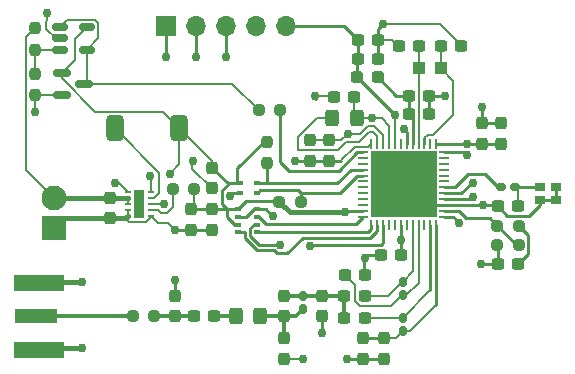
<source format=gbr>
%TF.GenerationSoftware,KiCad,Pcbnew,7.0.8*%
%TF.CreationDate,2024-01-01T15:13:20+01:00*%
%TF.ProjectId,IoT,496f542e-6b69-4636-9164-5f7063625858,rev?*%
%TF.SameCoordinates,Original*%
%TF.FileFunction,Copper,L1,Top*%
%TF.FilePolarity,Positive*%
%FSLAX46Y46*%
G04 Gerber Fmt 4.6, Leading zero omitted, Abs format (unit mm)*
G04 Created by KiCad (PCBNEW 7.0.8) date 2024-01-01 15:13:20*
%MOMM*%
%LPD*%
G01*
G04 APERTURE LIST*
G04 Aperture macros list*
%AMRoundRect*
0 Rectangle with rounded corners*
0 $1 Rounding radius*
0 $2 $3 $4 $5 $6 $7 $8 $9 X,Y pos of 4 corners*
0 Add a 4 corners polygon primitive as box body*
4,1,4,$2,$3,$4,$5,$6,$7,$8,$9,$2,$3,0*
0 Add four circle primitives for the rounded corners*
1,1,$1+$1,$2,$3*
1,1,$1+$1,$4,$5*
1,1,$1+$1,$6,$7*
1,1,$1+$1,$8,$9*
0 Add four rect primitives between the rounded corners*
20,1,$1+$1,$2,$3,$4,$5,0*
20,1,$1+$1,$4,$5,$6,$7,0*
20,1,$1+$1,$6,$7,$8,$9,0*
20,1,$1+$1,$8,$9,$2,$3,0*%
G04 Aperture macros list end*
%TA.AperFunction,SMDPad,CuDef*%
%ADD10RoundRect,0.237500X-0.237500X0.300000X-0.237500X-0.300000X0.237500X-0.300000X0.237500X0.300000X0*%
%TD*%
%TA.AperFunction,SMDPad,CuDef*%
%ADD11R,0.500000X0.300000*%
%TD*%
%TA.AperFunction,SMDPad,CuDef*%
%ADD12RoundRect,0.237500X-0.287500X-0.237500X0.287500X-0.237500X0.287500X0.237500X-0.287500X0.237500X0*%
%TD*%
%TA.AperFunction,SMDPad,CuDef*%
%ADD13RoundRect,0.237500X-0.250000X-0.237500X0.250000X-0.237500X0.250000X0.237500X-0.250000X0.237500X0*%
%TD*%
%TA.AperFunction,SMDPad,CuDef*%
%ADD14RoundRect,0.237500X0.250000X0.237500X-0.250000X0.237500X-0.250000X-0.237500X0.250000X-0.237500X0*%
%TD*%
%TA.AperFunction,ComponentPad*%
%ADD15R,1.700000X1.700000*%
%TD*%
%TA.AperFunction,ComponentPad*%
%ADD16O,1.700000X1.700000*%
%TD*%
%TA.AperFunction,SMDPad,CuDef*%
%ADD17RoundRect,0.237500X0.300000X0.237500X-0.300000X0.237500X-0.300000X-0.237500X0.300000X-0.237500X0*%
%TD*%
%TA.AperFunction,SMDPad,CuDef*%
%ADD18RoundRect,0.237500X-0.300000X-0.237500X0.300000X-0.237500X0.300000X0.237500X-0.300000X0.237500X0*%
%TD*%
%TA.AperFunction,SMDPad,CuDef*%
%ADD19RoundRect,0.237500X0.237500X-0.300000X0.237500X0.300000X-0.237500X0.300000X-0.237500X-0.300000X0*%
%TD*%
%TA.AperFunction,SMDPad,CuDef*%
%ADD20RoundRect,0.160000X0.160000X-0.222500X0.160000X0.222500X-0.160000X0.222500X-0.160000X-0.222500X0*%
%TD*%
%TA.AperFunction,SMDPad,CuDef*%
%ADD21RoundRect,0.062500X-0.375000X-0.062500X0.375000X-0.062500X0.375000X0.062500X-0.375000X0.062500X0*%
%TD*%
%TA.AperFunction,SMDPad,CuDef*%
%ADD22RoundRect,0.062500X-0.062500X-0.375000X0.062500X-0.375000X0.062500X0.375000X-0.062500X0.375000X0*%
%TD*%
%TA.AperFunction,SMDPad,CuDef*%
%ADD23R,5.600000X5.600000*%
%TD*%
%TA.AperFunction,SMDPad,CuDef*%
%ADD24RoundRect,0.375000X-0.375000X-0.725000X0.375000X-0.725000X0.375000X0.725000X-0.375000X0.725000X0*%
%TD*%
%TA.AperFunction,SMDPad,CuDef*%
%ADD25RoundRect,0.237500X0.237500X-0.250000X0.237500X0.250000X-0.237500X0.250000X-0.237500X-0.250000X0*%
%TD*%
%TA.AperFunction,SMDPad,CuDef*%
%ADD26R,3.600000X1.270000*%
%TD*%
%TA.AperFunction,SMDPad,CuDef*%
%ADD27R,4.200000X1.350000*%
%TD*%
%TA.AperFunction,SMDPad,CuDef*%
%ADD28RoundRect,0.160000X-0.222500X-0.160000X0.222500X-0.160000X0.222500X0.160000X-0.222500X0.160000X0*%
%TD*%
%TA.AperFunction,SMDPad,CuDef*%
%ADD29RoundRect,0.150000X-0.512500X-0.150000X0.512500X-0.150000X0.512500X0.150000X-0.512500X0.150000X0*%
%TD*%
%TA.AperFunction,ComponentPad*%
%ADD30R,2.100000X2.100000*%
%TD*%
%TA.AperFunction,ComponentPad*%
%ADD31C,2.100000*%
%TD*%
%TA.AperFunction,SMDPad,CuDef*%
%ADD32R,0.500000X0.250000*%
%TD*%
%TA.AperFunction,SMDPad,CuDef*%
%ADD33C,0.500000*%
%TD*%
%TA.AperFunction,SMDPad,CuDef*%
%ADD34R,0.840000X2.400000*%
%TD*%
%TA.AperFunction,SMDPad,CuDef*%
%ADD35RoundRect,0.250000X-0.325000X-0.450000X0.325000X-0.450000X0.325000X0.450000X-0.325000X0.450000X0*%
%TD*%
%TA.AperFunction,SMDPad,CuDef*%
%ADD36R,0.500000X0.350000*%
%TD*%
%TA.AperFunction,SMDPad,CuDef*%
%ADD37R,0.900000X0.800000*%
%TD*%
%TA.AperFunction,SMDPad,CuDef*%
%ADD38RoundRect,0.160000X-0.160000X0.222500X-0.160000X-0.222500X0.160000X-0.222500X0.160000X0.222500X0*%
%TD*%
%TA.AperFunction,SMDPad,CuDef*%
%ADD39RoundRect,0.250000X0.325000X0.450000X-0.325000X0.450000X-0.325000X-0.450000X0.325000X-0.450000X0*%
%TD*%
%TA.AperFunction,SMDPad,CuDef*%
%ADD40RoundRect,0.150000X-0.587500X-0.150000X0.587500X-0.150000X0.587500X0.150000X-0.587500X0.150000X0*%
%TD*%
%TA.AperFunction,SMDPad,CuDef*%
%ADD41R,1.050000X1.100000*%
%TD*%
%TA.AperFunction,ViaPad*%
%ADD42C,0.750000*%
%TD*%
%TA.AperFunction,Conductor*%
%ADD43C,0.200000*%
%TD*%
%TA.AperFunction,Conductor*%
%ADD44C,0.250000*%
%TD*%
%TA.AperFunction,Conductor*%
%ADD45C,0.400000*%
%TD*%
%TA.AperFunction,Conductor*%
%ADD46C,0.350000*%
%TD*%
G04 APERTURE END LIST*
D10*
%TO.P,C19,1*%
%TO.N,VDDF*%
X140970000Y-76202200D03*
%TO.P,C19,2*%
%TO.N,GND*%
X140970000Y-77927200D03*
%TD*%
D11*
%TO.P,U3,1,SDA*%
%TO.N,/I2C1_SDA*%
X136448800Y-80657600D03*
%TO.P,U3,2,SCL*%
%TO.N,/I2C1_CLK*%
X136448800Y-79857600D03*
%TO.P,U3,3,VDD*%
%TO.N,VDD*%
X135048800Y-79857600D03*
%TO.P,U3,4,VSS*%
%TO.N,GND*%
X135048800Y-80657600D03*
%TD*%
D12*
%TO.P,L5,1,1*%
%TO.N,VDD*%
X144957800Y-70888800D03*
%TO.P,L5,2,2*%
%TO.N,Net-(U1-VDDA)*%
X146707800Y-70888800D03*
%TD*%
D13*
%TO.P,R7,1*%
%TO.N,Net-(U5--)*%
X136605000Y-73660000D03*
%TO.P,R7,2*%
%TO.N,/VBAT_ADC*%
X138430000Y-73660000D03*
%TD*%
D14*
%TO.P,R2,1*%
%TO.N,/I2C1_SDA*%
X140180700Y-81432400D03*
%TO.P,R2,2*%
%TO.N,VDD*%
X138355700Y-81432400D03*
%TD*%
D15*
%TO.P,J2,1,Pin_1*%
%TO.N,/NRST*%
X128730000Y-66570000D03*
D16*
%TO.P,J2,2,Pin_2*%
%TO.N,/SWDIO*%
X131270000Y-66570000D03*
%TO.P,J2,3,Pin_3*%
%TO.N,/SWCLK*%
X133810000Y-66570000D03*
%TO.P,J2,4,Pin_4*%
%TO.N,GND*%
X136350000Y-66570000D03*
%TO.P,J2,5,Pin_5*%
%TO.N,VDD*%
X138890000Y-66570000D03*
%TD*%
D17*
%TO.P,C4,1*%
%TO.N,/RFO_HP*%
X145592800Y-91271600D03*
%TO.P,C4,2*%
%TO.N,Net-(C4-Pad2)*%
X143867800Y-91271600D03*
%TD*%
D18*
%TO.P,C14,1*%
%TO.N,VDD*%
X144994600Y-69288600D03*
%TO.P,C14,2*%
%TO.N,GND*%
X146719600Y-69288600D03*
%TD*%
D19*
%TO.P,C10,1*%
%TO.N,Net-(C10-Pad1)*%
X129516800Y-91119200D03*
%TO.P,C10,2*%
%TO.N,GND*%
X129516800Y-89394200D03*
%TD*%
D20*
%TO.P,L4,1,1*%
%TO.N,/VR_PA*%
X148800000Y-92395000D03*
%TO.P,L4,2,2*%
%TO.N,/RFO_HP*%
X148800000Y-91250000D03*
%TD*%
D10*
%TO.P,C24,1*%
%TO.N,VDD*%
X132689600Y-82067400D03*
%TO.P,C24,2*%
%TO.N,GND*%
X132689600Y-83792400D03*
%TD*%
D21*
%TO.P,U1,1,PB3*%
%TO.N,/VBAT_ADC*%
X145468500Y-77192000D03*
%TO.P,U1,2,PB4*%
%TO.N,unconnected-(U1-PB4-Pad2)*%
X145468500Y-77692000D03*
%TO.P,U1,3,PB5*%
%TO.N,unconnected-(U1-PB5-Pad3)*%
X145468500Y-78192000D03*
%TO.P,U1,4,PB6*%
%TO.N,/I2C1_CLK*%
X145468500Y-78692000D03*
%TO.P,U1,5,PB7*%
%TO.N,/I2C1_SDA*%
X145468500Y-79192000D03*
%TO.P,U1,6,PB8*%
%TO.N,unconnected-(U1-PB8-Pad6)*%
X145468500Y-79692000D03*
%TO.P,U1,7,PA0*%
%TO.N,unconnected-(U1-PA0-Pad7)*%
X145468500Y-80192000D03*
%TO.P,U1,8,PA1*%
%TO.N,unconnected-(U1-PA1-Pad8)*%
X145468500Y-80692000D03*
%TO.P,U1,9,PA2*%
%TO.N,unconnected-(U1-PA2-Pad9)*%
X145468500Y-81192000D03*
%TO.P,U1,10,PA3*%
%TO.N,unconnected-(U1-PA3-Pad10)*%
X145468500Y-81692000D03*
%TO.P,U1,11,VDD*%
%TO.N,VDD*%
X145468500Y-82192000D03*
%TO.P,U1,12,PA4*%
%TO.N,/SPI1_NSS*%
X145468500Y-82692000D03*
D22*
%TO.P,U1,13,PA5*%
%TO.N,/SPI1_CLK*%
X146156000Y-83379500D03*
%TO.P,U1,14,PA6*%
%TO.N,/SPI1_MISO*%
X146656000Y-83379500D03*
%TO.P,U1,15,PA7*%
%TO.N,/SPI1_MOSI*%
X147156000Y-83379500D03*
%TO.P,U1,16,PA8*%
%TO.N,unconnected-(U1-PA8-Pad16)*%
X147656000Y-83379500D03*
%TO.P,U1,17,PA9*%
%TO.N,unconnected-(U1-PA9-Pad17)*%
X148156000Y-83379500D03*
%TO.P,U1,18,NRST*%
%TO.N,/NRST*%
X148656000Y-83379500D03*
%TO.P,U1,19,PH3*%
%TO.N,unconnected-(U1-PH3-Pad19)*%
X149156000Y-83379500D03*
%TO.P,U1,20,RFI_P*%
%TO.N,/RFI_P*%
X149656000Y-83379500D03*
%TO.P,U1,21,RFI_N*%
%TO.N,/RFI_N*%
X150156000Y-83379500D03*
%TO.P,U1,22,RFO_LP*%
%TO.N,unconnected-(U1-RFO_LP-Pad22)*%
X150656000Y-83379500D03*
%TO.P,U1,23,RFO_HP*%
%TO.N,/RFO_HP*%
X151156000Y-83379500D03*
%TO.P,U1,24,VR_PA*%
%TO.N,/VR_PA*%
X151656000Y-83379500D03*
D21*
%TO.P,U1,25,VDDPA*%
%TO.N,VDDF*%
X152343500Y-82692000D03*
%TO.P,U1,26,OSC_IN*%
%TO.N,Net-(U1-OSC_IN)*%
X152343500Y-82192000D03*
%TO.P,U1,27,OSC_OUT*%
%TO.N,GND*%
X152343500Y-81692000D03*
%TO.P,U1,28,VDDRF*%
%TO.N,VDDF*%
X152343500Y-81192000D03*
%TO.P,U1,29,VDDRF1V55*%
%TO.N,VDDA*%
X152343500Y-80692000D03*
%TO.P,U1,30,PB0*%
%TO.N,Net-(U1-PB0)*%
X152343500Y-80192000D03*
%TO.P,U1,31,PB2*%
%TO.N,unconnected-(U1-PB2-Pad31)*%
X152343500Y-79692000D03*
%TO.P,U1,32,PB12*%
%TO.N,unconnected-(U1-PB12-Pad32)*%
X152343500Y-79192000D03*
%TO.P,U1,33,PA10*%
%TO.N,unconnected-(U1-PA10-Pad33)*%
X152343500Y-78692000D03*
%TO.P,U1,34,PA11*%
%TO.N,unconnected-(U1-PA11-Pad34)*%
X152343500Y-78192000D03*
%TO.P,U1,35,PA12*%
%TO.N,unconnected-(U1-PA12-Pad35)*%
X152343500Y-77692000D03*
%TO.P,U1,36,PA13*%
%TO.N,/SWDIO*%
X152343500Y-77192000D03*
D22*
%TO.P,U1,37,VBAT*%
%TO.N,VDD*%
X151656000Y-76504500D03*
%TO.P,U1,38,PC13*%
%TO.N,unconnected-(U1-PC13-Pad38)*%
X151156000Y-76504500D03*
%TO.P,U1,39,PC14*%
%TO.N,Net-(U1-PC14)*%
X150656000Y-76504500D03*
%TO.P,U1,40,PC15*%
%TO.N,Net-(U1-PC15)*%
X150156000Y-76504500D03*
%TO.P,U1,41,VDDA*%
%TO.N,Net-(U1-VDDA)*%
X149656000Y-76504500D03*
%TO.P,U1,42,PA14*%
%TO.N,/SWCLK*%
X149156000Y-76504500D03*
%TO.P,U1,43,PA15*%
%TO.N,unconnected-(U1-PA15-Pad43)*%
X148656000Y-76504500D03*
%TO.P,U1,44,VDD*%
%TO.N,VDD*%
X148156000Y-76504500D03*
%TO.P,U1,45,VFBSMPS*%
%TO.N,VDDA*%
X147656000Y-76504500D03*
%TO.P,U1,46,VDDSMPS*%
%TO.N,VDDF*%
X147156000Y-76504500D03*
%TO.P,U1,47,VLXSMPS*%
%TO.N,Net-(U1-VLXSMPS)*%
X146656000Y-76504500D03*
%TO.P,U1,48,VSSSMPS*%
%TO.N,GND*%
X146156000Y-76504500D03*
D23*
%TO.P,U1,49,VSS*%
X148906000Y-79942000D03*
%TD*%
D18*
%TO.P,C1,1*%
%TO.N,Net-(U1-PC14)*%
X152012500Y-68225000D03*
%TO.P,C1,2*%
%TO.N,GND*%
X153737500Y-68225000D03*
%TD*%
D13*
%TO.P,R1,1*%
%TO.N,Net-(J1-In)*%
X125960800Y-91123700D03*
%TO.P,R1,2*%
%TO.N,Net-(C10-Pad1)*%
X127785800Y-91123700D03*
%TD*%
D18*
%TO.P,C21,1*%
%TO.N,GND*%
X142975000Y-72575000D03*
%TO.P,C21,2*%
%TO.N,VDDA*%
X144700000Y-72575000D03*
%TD*%
%TO.P,C18,1*%
%TO.N,Net-(U1-VDDA)*%
X149302300Y-73971200D03*
%TO.P,C18,2*%
%TO.N,GND*%
X151027300Y-73971200D03*
%TD*%
%TO.P,C3,1*%
%TO.N,/RFI_N*%
X143892100Y-87588600D03*
%TO.P,C3,2*%
%TO.N,GND*%
X145617100Y-87588600D03*
%TD*%
D10*
%TO.P,C20,1*%
%TO.N,VDDF*%
X142544800Y-76202200D03*
%TO.P,C20,2*%
%TO.N,GND*%
X142544800Y-77927200D03*
%TD*%
D17*
%TO.P,C2,1*%
%TO.N,Net-(U1-PC15)*%
X150200000Y-68225000D03*
%TO.P,C2,2*%
%TO.N,GND*%
X148475000Y-68225000D03*
%TD*%
D24*
%TO.P,L7,1,1*%
%TO.N,Net-(U6-SW)*%
X124410000Y-75172500D03*
%TO.P,L7,2,2*%
%TO.N,VDD*%
X129910000Y-75172500D03*
%TD*%
D10*
%TO.P,C7,1*%
%TO.N,Net-(C4-Pad2)*%
X141962800Y-89394200D03*
%TO.P,C7,2*%
%TO.N,GND*%
X141962800Y-91119200D03*
%TD*%
D19*
%TO.P,C15,1*%
%TO.N,VDD*%
X155498800Y-76502600D03*
%TO.P,C15,2*%
%TO.N,GND*%
X155498800Y-74777600D03*
%TD*%
D10*
%TO.P,C6,1*%
%TO.N,Net-(C6-Pad1)*%
X138800000Y-92979200D03*
%TO.P,C6,2*%
%TO.N,GND*%
X138800000Y-94704200D03*
%TD*%
D17*
%TO.P,C22,1*%
%TO.N,/NRST*%
X148665100Y-85912200D03*
%TO.P,C22,2*%
%TO.N,GND*%
X146940100Y-85912200D03*
%TD*%
D20*
%TO.P,L2,1,1*%
%TO.N,Net-(C6-Pad1)*%
X140375000Y-90522500D03*
%TO.P,L2,2,2*%
%TO.N,Net-(C4-Pad2)*%
X140375000Y-89377500D03*
%TD*%
D18*
%TO.P,C13,1*%
%TO.N,VDD*%
X144996800Y-67739200D03*
%TO.P,C13,2*%
%TO.N,GND*%
X146721800Y-67739200D03*
%TD*%
D17*
%TO.P,C5,1*%
%TO.N,/RFI_P*%
X145592800Y-89392000D03*
%TO.P,C5,2*%
%TO.N,Net-(C4-Pad2)*%
X143867800Y-89392000D03*
%TD*%
D10*
%TO.P,C26,1*%
%TO.N,+BATT*%
X124000000Y-81100000D03*
%TO.P,C26,2*%
%TO.N,GND*%
X124000000Y-82825000D03*
%TD*%
D25*
%TO.P,R6,1*%
%TO.N,GND*%
X117700000Y-72400000D03*
%TO.P,R6,2*%
%TO.N,Net-(U5-+)*%
X117700000Y-70575000D03*
%TD*%
D14*
%TO.P,R4,1*%
%TO.N,VDD*%
X131150000Y-80320000D03*
%TO.P,R4,2*%
%TO.N,Net-(U6-PG)*%
X129325000Y-80320000D03*
%TD*%
D26*
%TO.P,J1,1,In*%
%TO.N,Net-(J1-In)*%
X117775000Y-91100000D03*
D27*
%TO.P,J1,2,Ext*%
%TO.N,GND*%
X117975000Y-88275000D03*
X117975000Y-93925000D03*
%TD*%
D28*
%TO.P,L8,1,1*%
%TO.N,Net-(U1-PB0)*%
X157161500Y-80187800D03*
%TO.P,L8,2,2*%
%TO.N,Net-(C27-Pad2)*%
X158306500Y-80187800D03*
%TD*%
D10*
%TO.P,C8,1*%
%TO.N,Net-(C4-Pad2)*%
X138800000Y-89400000D03*
%TO.P,C8,2*%
%TO.N,Net-(C6-Pad1)*%
X138800000Y-91125000D03*
%TD*%
%TO.P,C11,1*%
%TO.N,/VR_PA*%
X147193000Y-92973400D03*
%TO.P,C11,2*%
%TO.N,GND*%
X147193000Y-94698400D03*
%TD*%
D29*
%TO.P,U5,1*%
%TO.N,Net-(U5--)*%
X119805000Y-66630000D03*
%TO.P,U5,2,GND*%
%TO.N,GND*%
X119805000Y-67580000D03*
%TO.P,U5,3,+*%
%TO.N,Net-(U5-+)*%
X119805000Y-68530000D03*
%TO.P,U5,4,-*%
%TO.N,Net-(U5--)*%
X122080000Y-68530000D03*
%TO.P,U5,5,V+*%
%TO.N,VDD*%
X122080000Y-66630000D03*
%TD*%
D30*
%TO.P,J3,1,Pin_1*%
%TO.N,GND*%
X119300000Y-83640000D03*
D31*
%TO.P,J3,2,Pin_2*%
%TO.N,+BATT*%
X119300000Y-81100000D03*
%TD*%
D32*
%TO.P,U6,1,PGND*%
%TO.N,GND*%
X125560000Y-80610000D03*
%TO.P,U6,2,VIN*%
%TO.N,+BATT*%
X125560000Y-81110000D03*
%TO.P,U6,3,EN*%
X125560000Y-81610000D03*
%TO.P,U6,4,NC*%
%TO.N,GND*%
X125560000Y-82110000D03*
%TO.P,U6,5,FB*%
X125560000Y-82610000D03*
%TO.P,U6,6,AGND*%
X127460000Y-82610000D03*
%TO.P,U6,7,PG*%
%TO.N,Net-(U6-PG)*%
X127460000Y-82110000D03*
%TO.P,U6,8,~{SLEEP}*%
%TO.N,VDD*%
X127460000Y-81610000D03*
%TO.P,U6,9,SW*%
%TO.N,Net-(U6-SW)*%
X127460000Y-81110000D03*
%TO.P,U6,10,VOS*%
%TO.N,VDD*%
X127460000Y-80610000D03*
D33*
%TO.P,U6,11*%
%TO.N,N/C*%
X126510000Y-80660000D03*
X126510000Y-81610000D03*
D34*
X126510000Y-81610000D03*
D33*
X126510000Y-82560000D03*
%TD*%
D35*
%TO.P,L3,1,1*%
%TO.N,Net-(C9-Pad1)*%
X134700000Y-91075000D03*
%TO.P,L3,2,2*%
%TO.N,Net-(C6-Pad1)*%
X136750000Y-91075000D03*
%TD*%
D25*
%TO.P,R3,1*%
%TO.N,/I2C1_CLK*%
X137363200Y-78155800D03*
%TO.P,R3,2*%
%TO.N,VDD*%
X137363200Y-76330800D03*
%TD*%
D36*
%TO.P,U2,1,GND*%
%TO.N,GND*%
X136448800Y-82042000D03*
%TO.P,U2,2,CSB*%
%TO.N,/SPI1_NSS*%
X136448800Y-82692000D03*
%TO.P,U2,3,SDI*%
%TO.N,/SPI1_MOSI*%
X136448800Y-83342000D03*
%TO.P,U2,4,SCK*%
%TO.N,/SPI1_CLK*%
X136448800Y-83992000D03*
%TO.P,U2,5,SDO*%
%TO.N,/SPI1_MISO*%
X134848800Y-83992000D03*
%TO.P,U2,6,VDDIO*%
%TO.N,VDD*%
X134848800Y-83342000D03*
%TO.P,U2,7,GND*%
%TO.N,GND*%
X134848800Y-82692000D03*
%TO.P,U2,8,VDD*%
%TO.N,VDD*%
X134848800Y-82042000D03*
%TD*%
D25*
%TO.P,R5,1*%
%TO.N,Net-(U5-+)*%
X117700000Y-68550000D03*
%TO.P,R5,2*%
%TO.N,+BATT*%
X117700000Y-66725000D03*
%TD*%
D18*
%TO.P,C17,1*%
%TO.N,Net-(U1-VDDA)*%
X149302300Y-72421800D03*
%TO.P,C17,2*%
%TO.N,GND*%
X151027300Y-72421800D03*
%TD*%
%TO.P,C27,1*%
%TO.N,GND*%
X156871500Y-81813400D03*
%TO.P,C27,2*%
%TO.N,Net-(C27-Pad2)*%
X158596500Y-81813400D03*
%TD*%
D37*
%TO.P,Y2,1,1*%
%TO.N,GND*%
X161798000Y-80187800D03*
%TO.P,Y2,2,2*%
%TO.N,Net-(C27-Pad2)*%
X160398000Y-80187800D03*
%TO.P,Y2,3,3*%
%TO.N,GND*%
X160398000Y-81287800D03*
%TO.P,Y2,4,4*%
X161798000Y-81287800D03*
%TD*%
D38*
%TO.P,L1,1,1*%
%TO.N,/RFI_P*%
X148800000Y-88170500D03*
%TO.P,L1,2,2*%
%TO.N,/RFI_N*%
X148800000Y-89315500D03*
%TD*%
D10*
%TO.P,C12,1*%
%TO.N,/VR_PA*%
X145440400Y-92973400D03*
%TO.P,C12,2*%
%TO.N,GND*%
X145440400Y-94698400D03*
%TD*%
D17*
%TO.P,C9,1*%
%TO.N,Net-(C9-Pad1)*%
X132850000Y-91100000D03*
%TO.P,C9,2*%
%TO.N,Net-(C10-Pad1)*%
X131125000Y-91100000D03*
%TD*%
D18*
%TO.P,C28,1*%
%TO.N,GND*%
X156871500Y-86690200D03*
%TO.P,C28,2*%
%TO.N,Net-(C28-Pad2)*%
X158596500Y-86690200D03*
%TD*%
D39*
%TO.P,L6,1,1*%
%TO.N,VDDA*%
X144902000Y-74345800D03*
%TO.P,L6,2,2*%
%TO.N,Net-(U1-VLXSMPS)*%
X142852000Y-74345800D03*
%TD*%
D19*
%TO.P,C16,1*%
%TO.N,VDD*%
X157149800Y-76502600D03*
%TO.P,C16,2*%
%TO.N,GND*%
X157149800Y-74777600D03*
%TD*%
D10*
%TO.P,C25,1*%
%TO.N,VDD*%
X130867500Y-82050000D03*
%TO.P,C25,2*%
%TO.N,GND*%
X130867500Y-83775000D03*
%TD*%
D40*
%TO.P,D1,1*%
%TO.N,VDD*%
X119960000Y-70500000D03*
%TO.P,D1,2*%
%TO.N,GND*%
X119960000Y-72400000D03*
%TO.P,D1,3*%
%TO.N,Net-(U5--)*%
X121835000Y-71450000D03*
%TD*%
D14*
%TO.P,R9,1*%
%TO.N,Net-(U1-OSC_IN)*%
X158646500Y-85064600D03*
%TO.P,R9,2*%
%TO.N,GND*%
X156821500Y-85064600D03*
%TD*%
D10*
%TO.P,C23,1*%
%TO.N,VDD*%
X132689600Y-78564400D03*
%TO.P,C23,2*%
%TO.N,GND*%
X132689600Y-80289400D03*
%TD*%
D41*
%TO.P,Y1,1,1*%
%TO.N,Net-(U1-PC15)*%
X150175000Y-70075000D03*
%TO.P,Y1,2,2*%
%TO.N,Net-(U1-PC14)*%
X152025000Y-70075000D03*
%TD*%
D14*
%TO.P,R8,1*%
%TO.N,Net-(C28-Pad2)*%
X158646500Y-83439000D03*
%TO.P,R8,2*%
%TO.N,Net-(U1-OSC_IN)*%
X156821500Y-83439000D03*
%TD*%
D42*
%TO.N,GND*%
X129510000Y-88070000D03*
X118675000Y-65425000D03*
X117700000Y-73775000D03*
X140375000Y-94705800D03*
X155500000Y-73430000D03*
X134210000Y-80900000D03*
X147130000Y-66400000D03*
X144130000Y-94690000D03*
X155610000Y-81660000D03*
X131025000Y-77925000D03*
X141960000Y-92490000D03*
X155430000Y-86690000D03*
X121620000Y-93830000D03*
X124425000Y-79825000D03*
X152430000Y-72420000D03*
X129560000Y-83800000D03*
X137790000Y-82580000D03*
X141400000Y-72475000D03*
X121620000Y-88180000D03*
X139690000Y-77930000D03*
X145630000Y-86140000D03*
%TO.N,VDDF*%
X144139500Y-75688178D03*
X154725891Y-80992500D03*
X153560000Y-83180000D03*
%TO.N,VDDA*%
X146180000Y-74320000D03*
X154730000Y-79799500D03*
%TO.N,/NRST*%
X128730000Y-69160000D03*
X148660000Y-84610000D03*
%TO.N,VDD*%
X148140000Y-74080000D03*
X128575000Y-81575000D03*
X154240000Y-76500000D03*
X127425000Y-79275000D03*
X129075000Y-79100000D03*
X143920000Y-82250000D03*
%TO.N,/SWDIO*%
X154217127Y-77449227D03*
X131290000Y-69160000D03*
%TO.N,/SWCLK*%
X133880000Y-69160000D03*
X148900000Y-75240000D03*
%TO.N,/SPI1_MOSI*%
X140970000Y-85141500D03*
X138430000Y-85090000D03*
%TD*%
D43*
%TO.N,Net-(U1-PC14)*%
X150656000Y-76504500D02*
X150656000Y-76054346D01*
D44*
X150656000Y-76018992D02*
X150656000Y-76504500D01*
D43*
X150968346Y-75742000D02*
X151393654Y-75742000D01*
X153105000Y-71155000D02*
X153105000Y-74030654D01*
X152025000Y-70075000D02*
X153105000Y-71155000D01*
X153105000Y-74030654D02*
X151393654Y-75742000D01*
X152025000Y-68237500D02*
X152012500Y-68225000D01*
X150656000Y-76054346D02*
X150968346Y-75742000D01*
X152025000Y-70075000D02*
X152025000Y-68237500D01*
%TO.N,GND*%
X124560000Y-79800000D02*
X124425000Y-79825000D01*
X121530000Y-93830000D02*
X121500000Y-93800000D01*
D44*
X121620000Y-93830000D02*
X121640000Y-93830000D01*
X151027300Y-72421800D02*
X151027300Y-73971200D01*
D43*
X119930000Y-72400000D02*
X119960000Y-72400000D01*
D44*
X155560000Y-73430000D02*
X155530000Y-73460000D01*
D43*
X148450000Y-68225000D02*
X148400000Y-68275000D01*
D44*
X139720000Y-77927200D02*
X139722800Y-77927200D01*
X156821500Y-86640200D02*
X156871500Y-86690200D01*
D43*
X119910000Y-72400000D02*
X119920000Y-72410000D01*
D44*
X143611396Y-77927200D02*
X142544800Y-77927200D01*
X152428200Y-72421800D02*
X152430000Y-72420000D01*
D43*
X128970000Y-83210000D02*
X129560000Y-83800000D01*
X124770000Y-79800000D02*
X124560000Y-79800000D01*
X119446104Y-67570000D02*
X118630000Y-66753896D01*
D44*
X155429800Y-86690200D02*
X155420200Y-86690200D01*
X141400000Y-72475000D02*
X141400000Y-72690000D01*
X157671500Y-82613400D02*
X159472400Y-82613400D01*
X156871500Y-85114600D02*
X156821500Y-85064600D01*
D43*
X124425000Y-79825000D02*
X124460000Y-79790000D01*
X117690000Y-73690000D02*
X117700000Y-73775000D01*
D44*
X155430200Y-86690200D02*
X155430000Y-86690000D01*
X145611400Y-87588600D02*
X145570000Y-87630000D01*
D43*
X124540000Y-79800000D02*
X124550000Y-79800000D01*
D44*
X135564180Y-82692000D02*
X136214180Y-82042000D01*
X159472400Y-82613400D02*
X160398000Y-81687800D01*
X137746000Y-82580000D02*
X137208000Y-82042000D01*
D43*
X117700000Y-72400000D02*
X119910000Y-72400000D01*
D44*
X147130000Y-66400000D02*
X147130000Y-66397500D01*
X134210000Y-80900000D02*
X134150000Y-80900000D01*
D43*
X128060000Y-83210000D02*
X128970000Y-83210000D01*
D44*
X141962800Y-92487200D02*
X141960000Y-92490000D01*
D43*
X143611396Y-77927200D02*
X143611396Y-77913604D01*
X153737500Y-68225000D02*
X153737500Y-68162500D01*
X131025000Y-77925000D02*
X131010000Y-78060000D01*
X119760000Y-67570000D02*
X119446104Y-67570000D01*
D44*
X143019800Y-72720200D02*
X143030000Y-72710000D01*
D45*
X121620000Y-93830000D02*
X121530000Y-93830000D01*
D44*
X141962800Y-91119200D02*
X141962800Y-92487200D01*
X147127500Y-66400000D02*
X147130000Y-66400000D01*
D43*
X121500000Y-93800000D02*
X121470000Y-93830000D01*
D44*
X160398000Y-81287800D02*
X161798000Y-81287800D01*
D43*
X117700000Y-73775000D02*
X117700000Y-73520000D01*
D44*
X145887800Y-85912200D02*
X146940100Y-85912200D01*
X144138400Y-94698400D02*
X144130000Y-94690000D01*
D43*
X118680000Y-65370000D02*
X118630000Y-65470000D01*
D44*
X146721800Y-66805700D02*
X147127500Y-66400000D01*
X156871500Y-81813400D02*
X157671500Y-82613400D01*
X134848800Y-82692000D02*
X135564180Y-82692000D01*
D43*
X132689600Y-80289400D02*
X131010000Y-78609800D01*
D44*
X155642000Y-81692000D02*
X155610000Y-81660000D01*
X130867500Y-83775000D02*
X129585000Y-83775000D01*
D43*
X119805000Y-67580000D02*
X119770000Y-67580000D01*
D44*
X129516800Y-89394200D02*
X129516800Y-88076800D01*
X156871500Y-81813400D02*
X156750100Y-81692000D01*
X139690000Y-77930000D02*
X139720000Y-77927200D01*
X155500000Y-73490000D02*
X155500000Y-73430000D01*
D43*
X125560000Y-80590000D02*
X124770000Y-79800000D01*
D44*
X129516800Y-88076800D02*
X129510000Y-88070000D01*
X156750100Y-81692000D02*
X155642000Y-81692000D01*
X136448800Y-82042000D02*
X137208000Y-82042000D01*
D43*
X125560000Y-82610000D02*
X125560000Y-82110000D01*
X130990000Y-77850000D02*
X131025000Y-77925000D01*
D44*
X129585000Y-83775000D02*
X129560000Y-83800000D01*
X121740000Y-88180000D02*
X121810000Y-88180000D01*
D43*
X124460000Y-79790000D02*
X124540000Y-79800000D01*
X142875000Y-72475000D02*
X142975000Y-72575000D01*
X138800000Y-94704200D02*
X140373400Y-94704200D01*
X141400000Y-72475000D02*
X142875000Y-72475000D01*
D44*
X147193000Y-94698400D02*
X145440400Y-94698400D01*
X155500000Y-73430000D02*
X155560000Y-73430000D01*
D45*
X117960000Y-93830000D02*
X121620000Y-93830000D01*
D43*
X140373400Y-94704200D02*
X140375000Y-94705800D01*
D44*
X139725600Y-77927200D02*
X139690000Y-77930000D01*
X145570000Y-87630000D02*
X145570000Y-86230000D01*
X135023800Y-80632600D02*
X134417400Y-80632600D01*
X145630000Y-86170000D02*
X145630000Y-86140000D01*
X140970000Y-77927200D02*
X139725600Y-77927200D01*
D43*
X144761822Y-76763178D02*
X145897322Y-76763178D01*
D44*
X161798000Y-81287800D02*
X161798000Y-80187800D01*
D43*
X127460000Y-82610000D02*
X128060000Y-83210000D01*
D44*
X145440400Y-94698400D02*
X144138400Y-94698400D01*
D43*
X143611396Y-77913604D02*
X144761822Y-76763178D01*
D44*
X146721800Y-67739200D02*
X146721800Y-66805700D01*
X160398000Y-81687800D02*
X160398000Y-81287800D01*
D43*
X151975000Y-66400000D02*
X147130000Y-66400000D01*
D44*
X151027300Y-72421800D02*
X152428200Y-72421800D01*
D43*
X125630000Y-83110000D02*
X125560000Y-83040000D01*
D44*
X146719600Y-69288600D02*
X146719600Y-67741400D01*
D43*
X119770000Y-67580000D02*
X119760000Y-67570000D01*
D44*
X155610000Y-81660000D02*
X155578000Y-81692000D01*
D45*
X121620000Y-88180000D02*
X117960000Y-88180000D01*
D44*
X155430000Y-86690000D02*
X155429800Y-86690200D01*
X155498800Y-74777600D02*
X157149800Y-74777600D01*
D43*
X147864200Y-67739200D02*
X146721800Y-67739200D01*
X148475000Y-68225000D02*
X148450000Y-68225000D01*
D44*
X145660000Y-86140000D02*
X145887800Y-85912200D01*
D43*
X142975000Y-72691000D02*
X143004200Y-72720200D01*
X132689600Y-80289400D02*
X132680600Y-80289400D01*
D44*
X155498800Y-74777600D02*
X155498800Y-73491200D01*
X137790000Y-82580000D02*
X137746000Y-82580000D01*
D43*
X117700000Y-72400000D02*
X117690000Y-73690000D01*
X131010000Y-78609800D02*
X130990000Y-77850000D01*
X145897322Y-76763178D02*
X146156000Y-76504500D01*
D44*
X155498800Y-73491200D02*
X155500000Y-73490000D01*
X152343500Y-81692000D02*
X150656000Y-81692000D01*
X145570000Y-86230000D02*
X145630000Y-86170000D01*
D43*
X118675000Y-65425000D02*
X118680000Y-65370000D01*
D44*
X142544800Y-77927200D02*
X140970000Y-77927200D01*
D43*
X148400000Y-68275000D02*
X147864200Y-67739200D01*
X125560000Y-80610000D02*
X125560000Y-80590000D01*
D44*
X145617100Y-87588600D02*
X145611400Y-87588600D01*
X143004200Y-72720200D02*
X143019800Y-72720200D01*
D43*
X127460000Y-82610000D02*
X127460000Y-82735000D01*
D44*
X134150000Y-80900000D02*
X134230000Y-80820000D01*
X132689600Y-83792400D02*
X132689600Y-83780400D01*
D45*
X125345000Y-82825000D02*
X125560000Y-82610000D01*
D44*
X141400000Y-72690000D02*
X141430000Y-72720000D01*
X156871500Y-86690200D02*
X155430200Y-86690200D01*
D43*
X127460000Y-82735000D02*
X127085000Y-83110000D01*
D44*
X134417400Y-80632600D02*
X134210000Y-80840000D01*
X132695000Y-83775000D02*
X130867500Y-83775000D01*
X155578000Y-81692000D02*
X152343500Y-81692000D01*
D43*
X124215000Y-82610000D02*
X124000000Y-82825000D01*
X132680600Y-80289400D02*
X132670000Y-80300000D01*
X125560000Y-83040000D02*
X125560000Y-82610000D01*
D44*
X146719600Y-67741400D02*
X146721800Y-67739200D01*
X136214180Y-82042000D02*
X136448800Y-82042000D01*
D43*
X118630000Y-66753896D02*
X118675000Y-65425000D01*
D44*
X145630000Y-86140000D02*
X145660000Y-86140000D01*
X155420200Y-86690200D02*
X155410000Y-86680000D01*
X156871500Y-86690200D02*
X156871500Y-85114600D01*
X150656000Y-81692000D02*
X148906000Y-79942000D01*
X134210000Y-80840000D02*
X134210000Y-80900000D01*
D43*
X153737500Y-68162500D02*
X151975000Y-66400000D01*
D45*
X124000000Y-82825000D02*
X125345000Y-82825000D01*
X120115000Y-82825000D02*
X119300000Y-83640000D01*
X124000000Y-82825000D02*
X120115000Y-82825000D01*
D44*
X135048800Y-80657600D02*
X135023800Y-80632600D01*
X132689600Y-83780400D02*
X132695000Y-83775000D01*
D43*
X119920000Y-72410000D02*
X119930000Y-72400000D01*
X127085000Y-83110000D02*
X125630000Y-83110000D01*
X142975000Y-72575000D02*
X142975000Y-72691000D01*
%TO.N,Net-(U1-PC15)*%
X150175000Y-68250000D02*
X150200000Y-68225000D01*
X150156000Y-76504500D02*
X150156000Y-70094000D01*
X150175000Y-70075000D02*
X150175000Y-68250000D01*
X150156000Y-76504500D02*
X150164800Y-76495700D01*
X150156000Y-70094000D02*
X150175000Y-70075000D01*
%TO.N,/RFI_N*%
X148793200Y-89315500D02*
X149095700Y-89315500D01*
X147827700Y-90281000D02*
X148793200Y-89315500D01*
X145184160Y-90281000D02*
X147827700Y-90281000D01*
X143892100Y-87588600D02*
X144755300Y-88451800D01*
X150156000Y-88255200D02*
X150156000Y-83379500D01*
X144755300Y-89852140D02*
X145184160Y-90281000D01*
X144755300Y-88451800D02*
X144755300Y-89852140D01*
X149095700Y-89315500D02*
X150156000Y-88255200D01*
%TO.N,/RFO_HP*%
X148775000Y-91275000D02*
X148771600Y-91271600D01*
D44*
X151156000Y-88894800D02*
X151156000Y-83379500D01*
D43*
X148800000Y-91250000D02*
X148775000Y-91275000D01*
D44*
X145606800Y-91257600D02*
X145592800Y-91271600D01*
D43*
X148771600Y-91271600D02*
X145592800Y-91271600D01*
X148800000Y-91250000D02*
X151155200Y-88894800D01*
X151155200Y-88894800D02*
X151156000Y-88894800D01*
D46*
%TO.N,Net-(C4-Pad2)*%
X141946100Y-89377500D02*
X141962800Y-89394200D01*
X140352500Y-89400000D02*
X140375000Y-89377500D01*
D43*
X140391700Y-89394200D02*
X140375000Y-89377500D01*
D46*
X141962800Y-89394200D02*
X143865600Y-89394200D01*
D43*
X141962800Y-89394200D02*
X141950300Y-89381700D01*
D46*
X143865600Y-89394200D02*
X143867800Y-89392000D01*
X143867800Y-91271600D02*
X143867800Y-89392000D01*
X138800000Y-89400000D02*
X140352500Y-89400000D01*
X140375000Y-89377500D02*
X141946100Y-89377500D01*
D43*
%TO.N,/RFI_P*%
X148800000Y-88170500D02*
X148793200Y-88170500D01*
X149656000Y-87314500D02*
X148800000Y-88170500D01*
X147571700Y-89392000D02*
X148793200Y-88170500D01*
X145592800Y-89392000D02*
X147571700Y-89392000D01*
X149656000Y-83379500D02*
X149656000Y-87314500D01*
D46*
%TO.N,Net-(C6-Pad1)*%
X138800000Y-91125000D02*
X139772500Y-91125000D01*
D43*
X138800000Y-91125000D02*
X138850000Y-91175000D01*
D46*
X139772500Y-91125000D02*
X140375000Y-90522500D01*
X138800000Y-91125000D02*
X138750000Y-91075000D01*
X138800000Y-91125000D02*
X138800000Y-92979200D01*
X136750000Y-91075000D02*
X138750000Y-91075000D01*
%TO.N,Net-(C9-Pad1)*%
X132850000Y-91100000D02*
X134675000Y-91100000D01*
X134675000Y-91100000D02*
X134700000Y-91075000D01*
%TO.N,Net-(C10-Pad1)*%
X127785800Y-91123700D02*
X129512300Y-91123700D01*
D44*
X131290300Y-91119200D02*
X131294800Y-91123700D01*
D46*
X131125000Y-91100000D02*
X129536000Y-91100000D01*
X129512300Y-91123700D02*
X129516800Y-91119200D01*
D44*
X127790300Y-91119200D02*
X127785800Y-91123700D01*
D46*
X129536000Y-91100000D02*
X129516800Y-91119200D01*
D44*
X129459300Y-91123700D02*
X129516800Y-91066200D01*
%TO.N,/VR_PA*%
X147227200Y-93007600D02*
X147193000Y-92973400D01*
D43*
X147193000Y-92973400D02*
X148221600Y-92973400D01*
X148221600Y-92973400D02*
X148800000Y-92395000D01*
D44*
X147177500Y-93176600D02*
X147193000Y-93161100D01*
X151656000Y-90144800D02*
X151656000Y-83379500D01*
X147193000Y-92973400D02*
X145440400Y-92973400D01*
D43*
X149405800Y-92395000D02*
X151656000Y-90144800D01*
X148800000Y-92395000D02*
X149405800Y-92395000D01*
D44*
%TO.N,Net-(U1-VDDA)*%
X149302300Y-72421800D02*
X148240800Y-72421800D01*
X149302300Y-73971200D02*
X149656000Y-74324900D01*
X148240800Y-72421800D02*
X146707800Y-70888800D01*
X149656000Y-74324900D02*
X149656000Y-76504500D01*
X149302300Y-73971200D02*
X149302300Y-72421800D01*
%TO.N,VDDF*%
X153102000Y-82692000D02*
X153560000Y-83150000D01*
D43*
X145207227Y-75688178D02*
X145900405Y-74995000D01*
X144139500Y-75688178D02*
X144263178Y-75688178D01*
X147156000Y-75781000D02*
X147156000Y-76504500D01*
X144263178Y-75688178D02*
X144375000Y-75800000D01*
X144139500Y-75688178D02*
X145207227Y-75688178D01*
D44*
X152343500Y-81192000D02*
X152345500Y-81190000D01*
X152343500Y-82692000D02*
X153102000Y-82692000D01*
D43*
X144139500Y-75688178D02*
X143625478Y-76202200D01*
X146370000Y-74995000D02*
X147156000Y-75781000D01*
D44*
X153590000Y-83180000D02*
X153570000Y-83160000D01*
X153560000Y-83180000D02*
X153590000Y-83180000D01*
D43*
X145900405Y-74995000D02*
X146370000Y-74995000D01*
X142544800Y-76202200D02*
X140970000Y-76202200D01*
X143625478Y-76202200D02*
X142544800Y-76202200D01*
D44*
X153560000Y-83150000D02*
X153560000Y-83180000D01*
X152343500Y-81192000D02*
X154526391Y-81192000D01*
X154526391Y-81192000D02*
X154725891Y-80992500D01*
D43*
%TO.N,VDDA*%
X147656000Y-74961200D02*
X147656000Y-76504500D01*
X144729200Y-72720200D02*
X144729200Y-74323000D01*
X146180000Y-74320000D02*
X146205800Y-74345800D01*
X144752000Y-74345800D02*
X146154200Y-74345800D01*
X146154200Y-74345800D02*
X146180000Y-74320000D01*
D44*
X154650500Y-79799500D02*
X153758000Y-80692000D01*
X153758000Y-80692000D02*
X152343500Y-80692000D01*
D43*
X147040600Y-74345800D02*
X147656000Y-74961200D01*
D44*
X154730000Y-79799500D02*
X154650500Y-79799500D01*
D43*
X144729200Y-74323000D02*
X144752000Y-74345800D01*
X146205800Y-74345800D02*
X147040600Y-74345800D01*
D44*
%TO.N,/NRST*%
X148660000Y-84610000D02*
X148656000Y-84614000D01*
X148656000Y-84614000D02*
X148656000Y-85903100D01*
X148665100Y-83388600D02*
X148656000Y-83379500D01*
X128730000Y-66570000D02*
X128730000Y-69160000D01*
X148656000Y-85903100D02*
X148665100Y-85912200D01*
X148656000Y-83379500D02*
X148656000Y-84606000D01*
X128730000Y-69160000D02*
X128730000Y-69130000D01*
X148656000Y-84606000D02*
X148660000Y-84610000D01*
%TO.N,VDD*%
X154242600Y-76502600D02*
X154240000Y-76500000D01*
X135048800Y-79857600D02*
X134972022Y-79857600D01*
D43*
X127460000Y-81610000D02*
X127450000Y-81610000D01*
D44*
X144957800Y-69325400D02*
X144994600Y-69288600D01*
D43*
X128430000Y-81590000D02*
X128590000Y-81600000D01*
D45*
X139230700Y-82307400D02*
X143862600Y-82307400D01*
D44*
X135048800Y-79857600D02*
X135073800Y-79832600D01*
X148149000Y-74080000D02*
X148156000Y-74087000D01*
D43*
X121061104Y-69398896D02*
X119960000Y-70500000D01*
X132689600Y-77952100D02*
X132689600Y-78564400D01*
D44*
X130835000Y-82017500D02*
X130867500Y-82050000D01*
X132689600Y-82067400D02*
X133934200Y-82067400D01*
D43*
X127460000Y-80600000D02*
X127460000Y-79470000D01*
D44*
X134848800Y-82067400D02*
X133934200Y-82067400D01*
X148140000Y-74080000D02*
X148149000Y-74080000D01*
X143978000Y-82192000D02*
X143920000Y-82250000D01*
X144957800Y-70888800D02*
X148140000Y-74071000D01*
X144994600Y-67741400D02*
X144996800Y-67739200D01*
D43*
X127460000Y-80610000D02*
X127460000Y-80600000D01*
D44*
X154237400Y-76502600D02*
X151657900Y-76502600D01*
D43*
X127460000Y-79470000D02*
X127460000Y-79270000D01*
X128450000Y-81590000D02*
X128440000Y-81590000D01*
X148140000Y-74080000D02*
X148156000Y-74096000D01*
D44*
X155498800Y-76502600D02*
X154242600Y-76502600D01*
X132672200Y-82050000D02*
X132689600Y-82067400D01*
D43*
X127425000Y-79235000D02*
X127420000Y-79230000D01*
D44*
X144957800Y-70888800D02*
X144957800Y-69325400D01*
X134972022Y-79857600D02*
X134800000Y-79685578D01*
D43*
X127420000Y-79230000D02*
X127370000Y-79230000D01*
X128510000Y-73772500D02*
X129910000Y-75172500D01*
D45*
X143862600Y-82307400D02*
X143920000Y-82250000D01*
D44*
X130835000Y-80290000D02*
X130835000Y-80235000D01*
X135073800Y-79832600D02*
X134947022Y-79832600D01*
D43*
X131150000Y-80320000D02*
X131150000Y-81767500D01*
X148140000Y-74080000D02*
X148140000Y-74071000D01*
X148156000Y-74096000D02*
X148156000Y-76504500D01*
X129910000Y-78230000D02*
X129080000Y-79060000D01*
D44*
X157149800Y-76502600D02*
X155498800Y-76502600D01*
D43*
X128590000Y-81600000D02*
X128450000Y-81590000D01*
X129910000Y-75172500D02*
X129910000Y-78230000D01*
D44*
X135048800Y-79857600D02*
X134137400Y-79857600D01*
X134137400Y-79857600D02*
X133982800Y-79857600D01*
X151656300Y-76504800D02*
X151656000Y-76504500D01*
X145468500Y-82192000D02*
X143978000Y-82192000D01*
D43*
X121061104Y-67648896D02*
X121061104Y-69398896D01*
X127425000Y-79275000D02*
X127425000Y-79235000D01*
X127465000Y-79275000D02*
X127425000Y-79275000D01*
D44*
X134800000Y-78560000D02*
X137029200Y-76330800D01*
D43*
X127460000Y-79270000D02*
X127450000Y-79460000D01*
D45*
X138355700Y-81432400D02*
X139230700Y-82307400D01*
D43*
X131150000Y-81767500D02*
X130867500Y-82050000D01*
D44*
X143738000Y-82250000D02*
X143730000Y-82242000D01*
D43*
X127460000Y-79270000D02*
X127465000Y-79275000D01*
D44*
X133490000Y-80505000D02*
X133490000Y-81623200D01*
X138890000Y-66570000D02*
X143827600Y-66570000D01*
D43*
X122783604Y-73772500D02*
X128510000Y-73772500D01*
D44*
X134137400Y-79857600D02*
X133490000Y-80505000D01*
X134800000Y-79685578D02*
X134800000Y-78560000D01*
X151657900Y-76502600D02*
X151656000Y-76504500D01*
D43*
X129910000Y-75172500D02*
X132689600Y-77952100D01*
X132414400Y-78564400D02*
X132689600Y-78564400D01*
D44*
X154240000Y-76500000D02*
X154237400Y-76502600D01*
D43*
X127430000Y-81590000D02*
X128430000Y-81590000D01*
X119960000Y-70500000D02*
X119960000Y-70948896D01*
D44*
X134848800Y-83367400D02*
X134598800Y-83367400D01*
X133934200Y-82702800D02*
X133934200Y-82067400D01*
D43*
X119960000Y-70948896D02*
X122783604Y-73772500D01*
D44*
X133982800Y-79857600D02*
X132689600Y-78564400D01*
X130867500Y-82050000D02*
X132672200Y-82050000D01*
X144994600Y-69288600D02*
X144994600Y-67741400D01*
X135560000Y-81356200D02*
X134848800Y-82067400D01*
D43*
X127450000Y-81610000D02*
X127430000Y-81590000D01*
D44*
X133490000Y-81623200D02*
X133934200Y-82067400D01*
X134598800Y-83367400D02*
X133934200Y-82702800D01*
X143920000Y-82250000D02*
X143738000Y-82250000D01*
X137029200Y-76330800D02*
X137363200Y-76330800D01*
X138355700Y-81432400D02*
X138279500Y-81356200D01*
X138279500Y-81356200D02*
X135560000Y-81356200D01*
X143827600Y-66570000D02*
X144996800Y-67739200D01*
D43*
X122080000Y-66630000D02*
X121061104Y-67648896D01*
D45*
%TO.N,+BATT*%
X124000000Y-81100000D02*
X124035000Y-81135000D01*
X124000000Y-81100000D02*
X119300000Y-81100000D01*
D43*
X116925000Y-78725000D02*
X119300000Y-81100000D01*
X125560000Y-81610000D02*
X125560000Y-81110000D01*
X116925000Y-67500000D02*
X116925000Y-78725000D01*
D45*
X124035000Y-81135000D02*
X125560000Y-81135000D01*
D43*
X117700000Y-66725000D02*
X116925000Y-67500000D01*
D44*
%TO.N,Net-(C27-Pad2)*%
X160398000Y-80187800D02*
X158558200Y-80187800D01*
D43*
X158306500Y-80187800D02*
X158558200Y-80187800D01*
X158596500Y-80477800D02*
X158306500Y-80187800D01*
D44*
X158596500Y-80200300D02*
X158609000Y-80187800D01*
D43*
X158596500Y-81813400D02*
X158596500Y-80477800D01*
D44*
%TO.N,Net-(C28-Pad2)*%
X158646500Y-83439000D02*
X159459000Y-84251500D01*
X159459000Y-84251500D02*
X159459000Y-85827700D01*
X159459000Y-85827700D02*
X158596500Y-86690200D01*
D43*
%TO.N,Net-(U5--)*%
X134395000Y-71450000D02*
X136605000Y-73660000D01*
X122778896Y-66030000D02*
X123050000Y-66301104D01*
X119805000Y-66630000D02*
X120405000Y-66030000D01*
X123050000Y-67560000D02*
X122080000Y-68530000D01*
X123050000Y-66301104D02*
X123050000Y-67560000D01*
X119805000Y-66630000D02*
X120180000Y-66630000D01*
X122080000Y-71205000D02*
X121835000Y-71450000D01*
X122080000Y-68530000D02*
X122080000Y-71205000D01*
X121835000Y-71450000D02*
X134395000Y-71450000D01*
X120405000Y-66030000D02*
X122778896Y-66030000D01*
D46*
%TO.N,Net-(J1-In)*%
X117775000Y-91100000D02*
X125937100Y-91100000D01*
X125937100Y-91100000D02*
X125960800Y-91123700D01*
D44*
X126000000Y-91050000D02*
X125955000Y-91005000D01*
X125960800Y-91089200D02*
X126000000Y-91050000D01*
X117798700Y-91123700D02*
X117775000Y-91100000D01*
X125960800Y-91123700D02*
X125960800Y-91089200D01*
%TO.N,/SWDIO*%
X154217127Y-77449227D02*
X153957900Y-77190000D01*
X153957900Y-77190000D02*
X152345500Y-77190000D01*
X131270000Y-66570000D02*
X131290000Y-69160000D01*
X131290000Y-69160000D02*
X131270000Y-69150000D01*
X154217127Y-77449227D02*
X154057900Y-77290000D01*
X152345500Y-77190000D02*
X152343500Y-77192000D01*
%TO.N,/SWCLK*%
X149156000Y-76504500D02*
X149156000Y-75606000D01*
X133810000Y-66570000D02*
X133810000Y-69130000D01*
X133880000Y-69160000D02*
X133880000Y-69200000D01*
X133810000Y-69130000D02*
X133840000Y-69160000D01*
X148900000Y-75240000D02*
X148950000Y-75400000D01*
X149156000Y-75606000D02*
X148900000Y-75240000D01*
X133880000Y-69200000D02*
X133840000Y-69160000D01*
X133840000Y-69160000D02*
X133880000Y-69160000D01*
D43*
%TO.N,Net-(U1-VLXSMPS)*%
X139985300Y-75889260D02*
X141528760Y-74345800D01*
X144030186Y-76363178D02*
X143328664Y-77064700D01*
X143328664Y-77064700D02*
X139985300Y-77064700D01*
X145097912Y-76363178D02*
X144030186Y-76363178D01*
X146656000Y-76504500D02*
X146656000Y-75846686D01*
X141528760Y-74345800D02*
X142852000Y-74345800D01*
X146656000Y-76504500D02*
X146656000Y-76431000D01*
X139985300Y-77064700D02*
X139985300Y-75889260D01*
X146656000Y-75846686D02*
X146284314Y-75475000D01*
X146656000Y-76431000D02*
X146650000Y-76425000D01*
X146284314Y-75475000D02*
X145986090Y-75475000D01*
X145986090Y-75475000D02*
X145097912Y-76363178D01*
%TO.N,Net-(U6-SW)*%
X127460000Y-81120000D02*
X127749264Y-81120000D01*
X128210000Y-78972500D02*
X124410000Y-75172500D01*
X127460000Y-81110000D02*
X127460000Y-81120000D01*
X128210000Y-80659264D02*
X128210000Y-78972500D01*
X127749264Y-81120000D02*
X128210000Y-80659264D01*
D44*
%TO.N,Net-(U1-PB0)*%
X152343500Y-80192000D02*
X153238000Y-80192000D01*
X153238000Y-80192000D02*
X154330000Y-79100000D01*
X155771200Y-79100000D02*
X156859000Y-80187800D01*
X154330000Y-79100000D02*
X155771200Y-79100000D01*
%TO.N,/I2C1_SDA*%
X139965000Y-80440000D02*
X140182600Y-80657600D01*
X144982992Y-79192000D02*
X145468500Y-79192000D01*
X143517392Y-80657600D02*
X144982992Y-79192000D01*
X140182600Y-80657600D02*
X143517392Y-80657600D01*
X140180700Y-81432400D02*
X140180700Y-80659500D01*
X140180700Y-80659500D02*
X140182600Y-80657600D01*
X136525578Y-80657600D02*
X136743178Y-80440000D01*
X136743178Y-80440000D02*
X139965000Y-80440000D01*
X136448800Y-80657600D02*
X136525578Y-80657600D01*
%TO.N,/I2C1_CLK*%
X136448800Y-79857600D02*
X137414000Y-79857600D01*
X137414000Y-79857600D02*
X143281400Y-79857600D01*
X137363200Y-78155800D02*
X137363200Y-79806800D01*
X143281400Y-79857600D02*
X144447000Y-78692000D01*
X144447000Y-78692000D02*
X145468500Y-78692000D01*
X137363200Y-79806800D02*
X137414000Y-79857600D01*
D43*
%TO.N,Net-(U6-PG)*%
X128829950Y-82350000D02*
X129325000Y-81854950D01*
X128110050Y-82110000D02*
X128350050Y-82350000D01*
X127460000Y-82110000D02*
X128110050Y-82110000D01*
X128350050Y-82350000D02*
X128829950Y-82350000D01*
X129325000Y-81854950D02*
X129325000Y-80320000D01*
%TO.N,Net-(U5-+)*%
X117700000Y-68550000D02*
X119785000Y-68550000D01*
X117700000Y-68550000D02*
X117700000Y-70575000D01*
X119785000Y-68550000D02*
X119805000Y-68530000D01*
D44*
%TO.N,/VBAT_ADC*%
X138430000Y-73660000D02*
X138430000Y-78040000D01*
X144982992Y-77192000D02*
X145468500Y-77192000D01*
X139179700Y-78789700D02*
X143385292Y-78789700D01*
X143385292Y-78789700D02*
X144982992Y-77192000D01*
X138430000Y-78040000D02*
X139179700Y-78789700D01*
%TO.N,Net-(U1-OSC_IN)*%
X156162500Y-82780000D02*
X154149950Y-82780000D01*
X154149950Y-82780000D02*
X153561950Y-82192000D01*
X156821500Y-83439000D02*
X156162500Y-82780000D01*
X158447100Y-85064600D02*
X156821500Y-83439000D01*
X153561950Y-82192000D02*
X152343500Y-82192000D01*
X158646500Y-85064600D02*
X158447100Y-85064600D01*
%TO.N,/SPI1_NSS*%
X145468500Y-82692000D02*
X144880500Y-83280000D01*
X137271420Y-83280000D02*
X136683420Y-82692000D01*
X136474000Y-82717400D02*
X136448600Y-82692000D01*
X144880500Y-83280000D02*
X137271420Y-83280000D01*
X136683420Y-82692000D02*
X136448800Y-82692000D01*
%TO.N,/SPI1_CLK*%
X136448800Y-83992000D02*
X145878000Y-83992000D01*
X146156000Y-83714000D02*
X146156000Y-83379500D01*
X145878000Y-83992000D02*
X146156000Y-83714000D01*
%TO.N,/SPI1_MISO*%
X140348000Y-84442000D02*
X146079008Y-84442000D01*
X139000000Y-85790000D02*
X140348000Y-84442000D01*
X134848800Y-83992000D02*
X135423800Y-83992000D01*
X137890050Y-85540000D02*
X138140050Y-85790000D01*
X135423800Y-84488016D02*
X136475784Y-85540000D01*
X138140050Y-85790000D02*
X139000000Y-85790000D01*
X136475784Y-85540000D02*
X137890050Y-85540000D01*
X146079008Y-84442000D02*
X146656000Y-83865008D01*
X135423800Y-83992000D02*
X135423800Y-84488016D01*
X146656000Y-83865008D02*
X146656000Y-83379500D01*
%TO.N,/SPI1_MOSI*%
X135873800Y-83667000D02*
X136198800Y-83342000D01*
X136198800Y-83342000D02*
X136448800Y-83342000D01*
X147156000Y-84869000D02*
X147156000Y-83379500D01*
X146935000Y-85090000D02*
X147156000Y-84869000D01*
X140970000Y-85141500D02*
X141021500Y-85090000D01*
X138430000Y-85090000D02*
X136662180Y-85090000D01*
X136662180Y-85090000D02*
X135873800Y-84301620D01*
X141021500Y-85090000D02*
X146935000Y-85090000D01*
X135873800Y-84301620D02*
X135873800Y-83667000D01*
%TD*%
M02*

</source>
